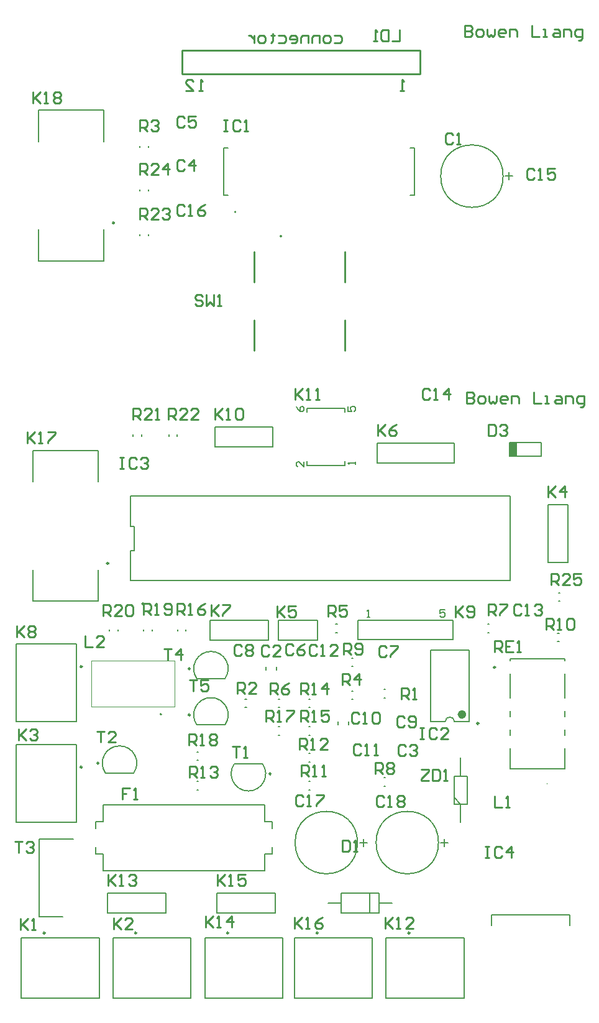
<source format=gbr>
G04*
G04 #@! TF.GenerationSoftware,Altium Limited,Altium Designer,24.4.1 (13)*
G04*
G04 Layer_Color=65535*
%FSLAX25Y25*%
%MOIN*%
G70*
G04*
G04 #@! TF.SameCoordinates,58F61C8A-C965-4830-B12A-95CD484E7F12*
G04*
G04*
G04 #@! TF.FilePolarity,Positive*
G04*
G01*
G75*
%ADD10C,0.01000*%
%ADD11C,0.00787*%
%ADD12C,0.00984*%
%ADD13C,0.00394*%
%ADD14C,0.02362*%
%ADD15C,0.00500*%
%ADD16C,0.00600*%
%ADD17R,0.03866X0.07283*%
D10*
X147831Y412847D02*
G03*
X147831Y412847I-323J0D01*
G01*
X133071Y351575D02*
Y367717D01*
Y388189D02*
Y404331D01*
X181890Y351575D02*
Y367717D01*
Y388189D02*
Y404331D01*
X218626Y512311D02*
X222126D01*
Y499811D02*
Y512311D01*
X94626Y499811D02*
X222126D01*
X94626D02*
Y512311D01*
X218626D01*
X213626Y490811D02*
X211627D01*
X212626D01*
Y496809D01*
X213626Y495809D01*
X246069Y525926D02*
Y519929D01*
X249068D01*
X250068Y520928D01*
Y521928D01*
X249068Y522928D01*
X246069D01*
X249068D01*
X250068Y523927D01*
Y524927D01*
X249068Y525926D01*
X246069D01*
X253067Y519929D02*
X255066D01*
X256066Y520928D01*
Y522928D01*
X255066Y523927D01*
X253067D01*
X252067Y522928D01*
Y520928D01*
X253067Y519929D01*
X258065Y523927D02*
Y520928D01*
X259065Y519929D01*
X260065Y520928D01*
X261064Y519929D01*
X262064Y520928D01*
Y523927D01*
X267062Y519929D02*
X265063D01*
X264063Y520928D01*
Y522928D01*
X265063Y523927D01*
X267062D01*
X268062Y522928D01*
Y521928D01*
X264063D01*
X270061Y519929D02*
Y523927D01*
X273060D01*
X274060Y522928D01*
Y519929D01*
X282058Y525926D02*
Y519929D01*
X286056D01*
X288056D02*
X290055D01*
X289055D01*
Y523927D01*
X288056D01*
X294054D02*
X296053D01*
X297053Y522928D01*
Y519929D01*
X294054D01*
X293054Y520928D01*
X294054Y521928D01*
X297053D01*
X299052Y519929D02*
Y523927D01*
X302051D01*
X303051Y522928D01*
Y519929D01*
X307049Y517929D02*
X308049D01*
X309049Y518929D01*
Y523927D01*
X306050D01*
X305050Y522928D01*
Y520928D01*
X306050Y519929D01*
X309049D01*
X247250Y329076D02*
Y323078D01*
X250249D01*
X251249Y324078D01*
Y325077D01*
X250249Y326077D01*
X247250D01*
X250249D01*
X251249Y327077D01*
Y328077D01*
X250249Y329076D01*
X247250D01*
X254248Y323078D02*
X256247D01*
X257247Y324078D01*
Y326077D01*
X256247Y327077D01*
X254248D01*
X253248Y326077D01*
Y324078D01*
X254248Y323078D01*
X259246Y327077D02*
Y324078D01*
X260246Y323078D01*
X261246Y324078D01*
X262245Y323078D01*
X263245Y324078D01*
Y327077D01*
X268244Y323078D02*
X266244D01*
X265245Y324078D01*
Y326077D01*
X266244Y327077D01*
X268244D01*
X269243Y326077D01*
Y325077D01*
X265245D01*
X271243Y323078D02*
Y327077D01*
X274242D01*
X275241Y326077D01*
Y323078D01*
X283239Y329076D02*
Y323078D01*
X287237D01*
X289237D02*
X291236D01*
X290236D01*
Y327077D01*
X289237D01*
X295235D02*
X297234D01*
X298234Y326077D01*
Y323078D01*
X295235D01*
X294235Y324078D01*
X295235Y325077D01*
X298234D01*
X300233Y323078D02*
Y327077D01*
X303232D01*
X304232Y326077D01*
Y323078D01*
X308231Y321079D02*
X309230D01*
X310230Y322078D01*
Y327077D01*
X307231D01*
X306231Y326077D01*
Y324078D01*
X307231Y323078D01*
X310230D01*
X105626Y490811D02*
X103627D01*
X104626D01*
Y496809D01*
X105626Y495809D01*
X96629Y490811D02*
X100628D01*
X96629Y494810D01*
Y495809D01*
X97628Y496809D01*
X99628D01*
X100628Y495809D01*
X176127Y520310D02*
X179126D01*
X180126Y519310D01*
Y517311D01*
X179126Y516311D01*
X176127D01*
X173128D02*
X171129D01*
X170129Y517311D01*
Y519310D01*
X171129Y520310D01*
X173128D01*
X174128Y519310D01*
Y517311D01*
X173128Y516311D01*
X168130D02*
Y520310D01*
X165131D01*
X164131Y519310D01*
Y516311D01*
X162132D02*
Y520310D01*
X159133D01*
X158133Y519310D01*
Y516311D01*
X153135D02*
X155134D01*
X156134Y517311D01*
Y519310D01*
X155134Y520310D01*
X153135D01*
X152135Y519310D01*
Y518310D01*
X156134D01*
X146137Y520310D02*
X149136D01*
X150136Y519310D01*
Y517311D01*
X149136Y516311D01*
X146137D01*
X143138Y521309D02*
Y520310D01*
X144138D01*
X142138D01*
X143138D01*
Y517311D01*
X142138Y516311D01*
X138139D02*
X136140D01*
X135141Y517311D01*
Y519310D01*
X136140Y520310D01*
X138139D01*
X139139Y519310D01*
Y517311D01*
X138139Y516311D01*
X133141Y520310D02*
Y516311D01*
Y518310D01*
X132141Y519310D01*
X131142Y520310D01*
X130142D01*
X223002Y126655D02*
X227001D01*
Y125656D01*
X223002Y121657D01*
Y120657D01*
X227001D01*
X229000Y126655D02*
Y120657D01*
X231999D01*
X232999Y121657D01*
Y125656D01*
X231999Y126655D01*
X229000D01*
X234998Y120657D02*
X236998D01*
X235998D01*
Y126655D01*
X234998Y125656D01*
X66393Y116668D02*
X62394D01*
Y113669D01*
X64394D01*
X62394D01*
Y110670D01*
X68392D02*
X70392D01*
X69392D01*
Y116668D01*
X68392Y115668D01*
X14400Y490198D02*
Y484200D01*
Y486199D01*
X18399Y490198D01*
X15400Y487199D01*
X18399Y484200D01*
X20398D02*
X22397D01*
X21398D01*
Y490198D01*
X20398Y489198D01*
X25396D02*
X26396Y490198D01*
X28396D01*
X29395Y489198D01*
Y488199D01*
X28396Y487199D01*
X29395Y486199D01*
Y485200D01*
X28396Y484200D01*
X26396D01*
X25396Y485200D01*
Y486199D01*
X26396Y487199D01*
X25396Y488199D01*
Y489198D01*
X26396Y487199D02*
X28396D01*
X11400Y307698D02*
Y301700D01*
Y303699D01*
X15399Y307698D01*
X12400Y304699D01*
X15399Y301700D01*
X17398D02*
X19397D01*
X18398D01*
Y307698D01*
X17398Y306698D01*
X22396Y307698D02*
X26395D01*
Y306698D01*
X22396Y302700D01*
Y301700D01*
X98400Y174759D02*
X102399D01*
X100399D01*
Y168761D01*
X108397Y174759D02*
X104398D01*
Y171760D01*
X106397Y172760D01*
X107397D01*
X108397Y171760D01*
Y169761D01*
X107397Y168761D01*
X105398D01*
X104398Y169761D01*
X85002Y191560D02*
X89000D01*
X87001D01*
Y185562D01*
X93999D02*
Y191560D01*
X91000Y188561D01*
X94998D01*
X5002Y87999D02*
X9000D01*
X7001D01*
Y82001D01*
X11000Y86999D02*
X11999Y87999D01*
X13999D01*
X14998Y86999D01*
Y86000D01*
X13999Y85000D01*
X12999D01*
X13999D01*
X14998Y84000D01*
Y83001D01*
X13999Y82001D01*
X11999D01*
X11000Y83001D01*
X48950Y147295D02*
X52949D01*
X50950D01*
Y141297D01*
X58947D02*
X54948D01*
X58947Y145296D01*
Y146296D01*
X57947Y147295D01*
X55948D01*
X54948Y146296D01*
X121400Y139198D02*
X125399D01*
X123399D01*
Y133200D01*
X127398D02*
X129397D01*
X128398D01*
Y139198D01*
X127398Y138198D01*
X105662Y380346D02*
X104663Y381346D01*
X102663D01*
X101664Y380346D01*
Y379346D01*
X102663Y378346D01*
X104663D01*
X105662Y377347D01*
Y376347D01*
X104663Y375347D01*
X102663D01*
X101664Y376347D01*
X107662Y381346D02*
Y375347D01*
X109661Y377347D01*
X111661Y375347D01*
Y381346D01*
X113660Y375347D02*
X115659D01*
X114660D01*
Y381346D01*
X113660Y380346D01*
X262200Y189900D02*
Y195898D01*
X265199D01*
X266199Y194898D01*
Y192899D01*
X265199Y191899D01*
X262200D01*
X264199D02*
X266199Y189900D01*
X272197Y195898D02*
X268198D01*
Y189900D01*
X272197D01*
X268198Y192899D02*
X270197D01*
X274196Y189900D02*
X276196D01*
X275196D01*
Y195898D01*
X274196Y194898D01*
X292400Y225700D02*
Y231698D01*
X295399D01*
X296399Y230698D01*
Y228699D01*
X295399Y227699D01*
X292400D01*
X294399D02*
X296399Y225700D01*
X302397D02*
X298398D01*
X302397Y229699D01*
Y230698D01*
X301397Y231698D01*
X299398D01*
X298398Y230698D01*
X308395Y231698D02*
X304396D01*
Y228699D01*
X306396Y229699D01*
X307395D01*
X308395Y228699D01*
Y226700D01*
X307395Y225700D01*
X305396D01*
X304396Y226700D01*
X71800Y445900D02*
Y451898D01*
X74799D01*
X75799Y450898D01*
Y448899D01*
X74799Y447899D01*
X71800D01*
X73799D02*
X75799Y445900D01*
X81797D02*
X77798D01*
X81797Y449899D01*
Y450898D01*
X80797Y451898D01*
X78798D01*
X77798Y450898D01*
X86795Y445900D02*
Y451898D01*
X83796Y448899D01*
X87795D01*
X71800Y421900D02*
Y427898D01*
X74799D01*
X75799Y426898D01*
Y424899D01*
X74799Y423899D01*
X71800D01*
X73799D02*
X75799Y421900D01*
X81797D02*
X77798D01*
X81797Y425899D01*
Y426898D01*
X80797Y427898D01*
X78798D01*
X77798Y426898D01*
X83796D02*
X84796Y427898D01*
X86795D01*
X87795Y426898D01*
Y425899D01*
X86795Y424899D01*
X85795D01*
X86795D01*
X87795Y423899D01*
Y422900D01*
X86795Y421900D01*
X84796D01*
X83796Y422900D01*
X87300Y314400D02*
Y320398D01*
X90299D01*
X91299Y319398D01*
Y317399D01*
X90299Y316399D01*
X87300D01*
X89299D02*
X91299Y314400D01*
X97297D02*
X93298D01*
X97297Y318399D01*
Y319398D01*
X96297Y320398D01*
X94298D01*
X93298Y319398D01*
X103295Y314400D02*
X99296D01*
X103295Y318399D01*
Y319398D01*
X102295Y320398D01*
X100296D01*
X99296Y319398D01*
X68100Y314400D02*
Y320398D01*
X71099D01*
X72099Y319398D01*
Y317399D01*
X71099Y316399D01*
X68100D01*
X70099D02*
X72099Y314400D01*
X78097D02*
X74098D01*
X78097Y318399D01*
Y319398D01*
X77097Y320398D01*
X75098D01*
X74098Y319398D01*
X80096Y314400D02*
X82095D01*
X81096D01*
Y320398D01*
X80096Y319398D01*
X52076Y209138D02*
Y215136D01*
X55075D01*
X56075Y214137D01*
Y212137D01*
X55075Y211138D01*
X52076D01*
X54075D02*
X56075Y209138D01*
X62073D02*
X58074D01*
X62073Y213137D01*
Y214137D01*
X61073Y215136D01*
X59074D01*
X58074Y214137D01*
X64072D02*
X65072Y215136D01*
X67071D01*
X68071Y214137D01*
Y210138D01*
X67071Y209138D01*
X65072D01*
X64072Y210138D01*
Y214137D01*
X73700Y209800D02*
Y215798D01*
X76699D01*
X77699Y214798D01*
Y212799D01*
X76699Y211799D01*
X73700D01*
X75699D02*
X77699Y209800D01*
X79698D02*
X81697D01*
X80698D01*
Y215798D01*
X79698Y214798D01*
X84696Y210800D02*
X85696Y209800D01*
X87695D01*
X88695Y210800D01*
Y214798D01*
X87695Y215798D01*
X85696D01*
X84696Y214798D01*
Y213799D01*
X85696Y212799D01*
X88695D01*
X98276Y139840D02*
Y145838D01*
X101275D01*
X102275Y144839D01*
Y142839D01*
X101275Y141840D01*
X98276D01*
X100275D02*
X102275Y139840D01*
X104274D02*
X106273D01*
X105274D01*
Y145838D01*
X104274Y144839D01*
X109273D02*
X110272Y145838D01*
X112271D01*
X113271Y144839D01*
Y143839D01*
X112271Y142839D01*
X113271Y141840D01*
Y140840D01*
X112271Y139840D01*
X110272D01*
X109273Y140840D01*
Y141840D01*
X110272Y142839D01*
X109273Y143839D01*
Y144839D01*
X110272Y142839D02*
X112271D01*
X139559Y152517D02*
Y158515D01*
X142558D01*
X143558Y157515D01*
Y155516D01*
X142558Y154516D01*
X139559D01*
X141559D02*
X143558Y152517D01*
X145557D02*
X147557D01*
X146557D01*
Y158515D01*
X145557Y157515D01*
X150556Y158515D02*
X154554D01*
Y157515D01*
X150556Y153516D01*
Y152517D01*
X91800Y209800D02*
Y215798D01*
X94799D01*
X95799Y214798D01*
Y212799D01*
X94799Y211799D01*
X91800D01*
X93799D02*
X95799Y209800D01*
X97798D02*
X99797D01*
X98798D01*
Y215798D01*
X97798Y214798D01*
X106795Y215798D02*
X104796Y214798D01*
X102796Y212799D01*
Y210800D01*
X103796Y209800D01*
X105796D01*
X106795Y210800D01*
Y211799D01*
X105796Y212799D01*
X102796D01*
X158114Y152331D02*
Y158330D01*
X161113D01*
X162113Y157330D01*
Y155331D01*
X161113Y154331D01*
X158114D01*
X160114D02*
X162113Y152331D01*
X164112D02*
X166112D01*
X165112D01*
Y158330D01*
X164112Y157330D01*
X173109Y158330D02*
X169111D01*
Y155331D01*
X171110Y156330D01*
X172110D01*
X173109Y155331D01*
Y153331D01*
X172110Y152331D01*
X170110D01*
X169111Y153331D01*
X158310Y167255D02*
Y173253D01*
X161309D01*
X162309Y172254D01*
Y170254D01*
X161309Y169254D01*
X158310D01*
X160309D02*
X162309Y167255D01*
X164308D02*
X166307D01*
X165308D01*
Y173253D01*
X164308Y172254D01*
X172305Y167255D02*
Y173253D01*
X169306Y170254D01*
X173305D01*
X98364Y122524D02*
Y128523D01*
X101363D01*
X102363Y127523D01*
Y125523D01*
X101363Y124524D01*
X98364D01*
X100363D02*
X102363Y122524D01*
X104362D02*
X106361D01*
X105362D01*
Y128523D01*
X104362Y127523D01*
X109360D02*
X110360Y128523D01*
X112359D01*
X113359Y127523D01*
Y126523D01*
X112359Y125523D01*
X111360D01*
X112359D01*
X113359Y124524D01*
Y123524D01*
X112359Y122524D01*
X110360D01*
X109360Y123524D01*
X157591Y137415D02*
Y143413D01*
X160590D01*
X161590Y142413D01*
Y140414D01*
X160590Y139414D01*
X157591D01*
X159590D02*
X161590Y137415D01*
X163589D02*
X165588D01*
X164589D01*
Y143413D01*
X163589Y142413D01*
X172586Y137415D02*
X168588D01*
X172586Y141414D01*
Y142413D01*
X171587Y143413D01*
X169587D01*
X168588Y142413D01*
X158416Y123031D02*
Y129029D01*
X161415D01*
X162415Y128030D01*
Y126030D01*
X161415Y125031D01*
X158416D01*
X160416D02*
X162415Y123031D01*
X164415D02*
X166414D01*
X165414D01*
Y129029D01*
X164415Y128030D01*
X169413Y123031D02*
X171412D01*
X170413D01*
Y129029D01*
X169413Y128030D01*
X289783Y201788D02*
Y207786D01*
X292782D01*
X293782Y206786D01*
Y204787D01*
X292782Y203787D01*
X289783D01*
X291782D02*
X293782Y201788D01*
X295781D02*
X297781D01*
X296781D01*
Y207786D01*
X295781Y206786D01*
X300780D02*
X301779Y207786D01*
X303779D01*
X304778Y206786D01*
Y202788D01*
X303779Y201788D01*
X301779D01*
X300780Y202788D01*
Y206786D01*
X181028Y188507D02*
Y194505D01*
X184028D01*
X185027Y193505D01*
Y191506D01*
X184028Y190506D01*
X181028D01*
X183028D02*
X185027Y188507D01*
X187027Y189506D02*
X188026Y188507D01*
X190025D01*
X191025Y189506D01*
Y193505D01*
X190025Y194505D01*
X188026D01*
X187027Y193505D01*
Y192505D01*
X188026Y191506D01*
X191025D01*
X198285Y124601D02*
Y130599D01*
X201284D01*
X202284Y129599D01*
Y127600D01*
X201284Y126600D01*
X198285D01*
X200285D02*
X202284Y124601D01*
X204283Y129599D02*
X205283Y130599D01*
X207282D01*
X208282Y129599D01*
Y128600D01*
X207282Y127600D01*
X208282Y126600D01*
Y125601D01*
X207282Y124601D01*
X205283D01*
X204283Y125601D01*
Y126600D01*
X205283Y127600D01*
X204283Y128600D01*
Y129599D01*
X205283Y127600D02*
X207282D01*
X258853Y209437D02*
Y215435D01*
X261852D01*
X262852Y214435D01*
Y212436D01*
X261852Y211436D01*
X258853D01*
X260852D02*
X262852Y209437D01*
X264851Y215435D02*
X268850D01*
Y214435D01*
X264851Y210436D01*
Y209437D01*
X141731Y167200D02*
Y173198D01*
X144730D01*
X145729Y172199D01*
Y170199D01*
X144730Y169200D01*
X141731D01*
X143730D02*
X145729Y167200D01*
X151727Y173198D02*
X149728Y172199D01*
X147729Y170199D01*
Y168200D01*
X148729Y167200D01*
X150728D01*
X151727Y168200D01*
Y169200D01*
X150728Y170199D01*
X147729D01*
X173000Y208861D02*
Y214859D01*
X175999D01*
X176999Y213860D01*
Y211860D01*
X175999Y210861D01*
X173000D01*
X174999D02*
X176999Y208861D01*
X182997Y214859D02*
X178998D01*
Y211860D01*
X180997Y212860D01*
X181997D01*
X182997Y211860D01*
Y209861D01*
X181997Y208861D01*
X179998D01*
X178998Y209861D01*
X180631Y172099D02*
Y178097D01*
X183630D01*
X184630Y177098D01*
Y175098D01*
X183630Y174099D01*
X180631D01*
X182631D02*
X184630Y172099D01*
X189629D02*
Y178097D01*
X186629Y175098D01*
X190628D01*
X71800Y469200D02*
Y475198D01*
X74799D01*
X75799Y474198D01*
Y472199D01*
X74799Y471199D01*
X71800D01*
X73799D02*
X75799Y469200D01*
X77798Y474198D02*
X78798Y475198D01*
X80797D01*
X81797Y474198D01*
Y473199D01*
X80797Y472199D01*
X79797D01*
X80797D01*
X81797Y471199D01*
Y470200D01*
X80797Y469200D01*
X78798D01*
X77798Y470200D01*
X124140Y167345D02*
Y173343D01*
X127139D01*
X128138Y172343D01*
Y170344D01*
X127139Y169344D01*
X124140D01*
X126139D02*
X128138Y167345D01*
X134136D02*
X130138D01*
X134136Y171344D01*
Y172343D01*
X133137Y173343D01*
X131137D01*
X130138Y172343D01*
X212143Y164324D02*
Y170322D01*
X215142D01*
X216142Y169322D01*
Y167323D01*
X215142Y166323D01*
X212143D01*
X214142D02*
X216142Y164324D01*
X218141D02*
X220140D01*
X219141D01*
Y170322D01*
X218141Y169322D01*
X211124Y523310D02*
Y517312D01*
X207125D01*
X205126Y523310D02*
Y517312D01*
X202127D01*
X201127Y518312D01*
Y522310D01*
X202127Y523310D01*
X205126D01*
X199127Y517312D02*
X197128D01*
X198128D01*
Y523310D01*
X199127Y522310D01*
X42600Y198298D02*
Y192300D01*
X46599D01*
X52597D02*
X48598D01*
X52597Y196299D01*
Y197298D01*
X51597Y198298D01*
X49598D01*
X48598Y197298D01*
X262029Y112448D02*
Y106450D01*
X266028D01*
X268027D02*
X270026D01*
X269027D01*
Y112448D01*
X268027Y111448D01*
X154926Y47612D02*
Y41614D01*
Y43614D01*
X158925Y47612D01*
X155926Y44613D01*
X158925Y41614D01*
X160924D02*
X162923D01*
X161924D01*
Y47612D01*
X160924Y46613D01*
X169921Y47612D02*
X167922Y46613D01*
X165922Y44613D01*
Y42614D01*
X166922Y41614D01*
X168921D01*
X169921Y42614D01*
Y43614D01*
X168921Y44613D01*
X165922D01*
X113400Y70359D02*
Y64361D01*
Y66361D01*
X117399Y70359D01*
X114400Y67360D01*
X117399Y64361D01*
X119398D02*
X121397D01*
X120398D01*
Y70359D01*
X119398Y69360D01*
X128395Y70359D02*
X124396D01*
Y67360D01*
X126396Y68360D01*
X127395D01*
X128395Y67360D01*
Y65361D01*
X127395Y64361D01*
X125396D01*
X124396Y65361D01*
X107193Y47967D02*
Y41969D01*
Y43968D01*
X111191Y47967D01*
X108192Y44968D01*
X111191Y41969D01*
X113191D02*
X115190D01*
X114190D01*
Y47967D01*
X113191Y46967D01*
X121188Y41969D02*
Y47967D01*
X118189Y44968D01*
X122188D01*
X54700Y70359D02*
Y64361D01*
Y66361D01*
X58699Y70359D01*
X55700Y67360D01*
X58699Y64361D01*
X60698D02*
X62697D01*
X61698D01*
Y70359D01*
X60698Y69360D01*
X65696D02*
X66696Y70359D01*
X68695D01*
X69695Y69360D01*
Y68360D01*
X68695Y67360D01*
X67696D01*
X68695D01*
X69695Y66361D01*
Y65361D01*
X68695Y64361D01*
X66696D01*
X65696Y65361D01*
X203613Y47461D02*
Y41463D01*
Y43463D01*
X207611Y47461D01*
X204612Y44462D01*
X207611Y41463D01*
X209611D02*
X211610D01*
X210611D01*
Y47461D01*
X209611Y46462D01*
X218608Y41463D02*
X214609D01*
X218608Y45462D01*
Y46462D01*
X217608Y47461D01*
X215609D01*
X214609Y46462D01*
X155100Y331098D02*
Y325100D01*
Y327099D01*
X159099Y331098D01*
X156100Y328099D01*
X159099Y325100D01*
X161098D02*
X163097D01*
X162098D01*
Y331098D01*
X161098Y330098D01*
X166096Y325100D02*
X168096D01*
X167096D01*
Y331098D01*
X166096Y330098D01*
X112200Y320398D02*
Y314400D01*
Y316399D01*
X116199Y320398D01*
X113200Y317399D01*
X116199Y314400D01*
X118198D02*
X120197D01*
X119198D01*
Y320398D01*
X118198Y319398D01*
X123196D02*
X124196Y320398D01*
X126196D01*
X127195Y319398D01*
Y315400D01*
X126196Y314400D01*
X124196D01*
X123196Y315400D01*
Y319398D01*
X241230Y214508D02*
Y208510D01*
Y210509D01*
X245229Y214508D01*
X242230Y211509D01*
X245229Y208510D01*
X247228Y209510D02*
X248228Y208510D01*
X250227D01*
X251226Y209510D01*
Y213508D01*
X250227Y214508D01*
X248228D01*
X247228Y213508D01*
Y212509D01*
X248228Y211509D01*
X251226D01*
X6000Y203698D02*
Y197700D01*
Y199699D01*
X9999Y203698D01*
X7000Y200699D01*
X9999Y197700D01*
X11998Y202698D02*
X12998Y203698D01*
X14997D01*
X15997Y202698D01*
Y201699D01*
X14997Y200699D01*
X15997Y199699D01*
Y198700D01*
X14997Y197700D01*
X12998D01*
X11998Y198700D01*
Y199699D01*
X12998Y200699D01*
X11998Y201699D01*
Y202698D01*
X12998Y200699D02*
X14997D01*
X110073Y214976D02*
Y208978D01*
Y210977D01*
X114072Y214976D01*
X111073Y211977D01*
X114072Y208978D01*
X116071Y214976D02*
X120070D01*
Y213976D01*
X116071Y209977D01*
Y208978D01*
X199400Y311698D02*
Y305700D01*
Y307699D01*
X203399Y311698D01*
X200400Y308699D01*
X203399Y305700D01*
X209397Y311698D02*
X207397Y310698D01*
X205398Y308699D01*
Y306700D01*
X206398Y305700D01*
X208397D01*
X209397Y306700D01*
Y307699D01*
X208397Y308699D01*
X205398D01*
X145485Y214398D02*
Y208400D01*
Y210399D01*
X149483Y214398D01*
X146484Y211399D01*
X149483Y208400D01*
X155481Y214398D02*
X151483D01*
Y211399D01*
X153482Y212398D01*
X154482D01*
X155481Y211399D01*
Y209399D01*
X154482Y208400D01*
X152482D01*
X151483Y209399D01*
X290900Y278798D02*
Y272800D01*
Y274799D01*
X294899Y278798D01*
X291900Y275799D01*
X294899Y272800D01*
X299897D02*
Y278798D01*
X296898Y275799D01*
X300897D01*
X6949Y148553D02*
Y142555D01*
Y144554D01*
X10948Y148553D01*
X7948Y145554D01*
X10948Y142555D01*
X12947Y147553D02*
X13947Y148553D01*
X15946D01*
X16946Y147553D01*
Y146553D01*
X15946Y145554D01*
X14946D01*
X15946D01*
X16946Y144554D01*
Y143554D01*
X15946Y142555D01*
X13947D01*
X12947Y143554D01*
X57929Y47257D02*
Y41259D01*
Y43259D01*
X61928Y47257D01*
X58929Y44258D01*
X61928Y41259D01*
X67926D02*
X63928D01*
X67926Y45258D01*
Y46258D01*
X66927Y47257D01*
X64927D01*
X63928Y46258D01*
X7938Y46954D02*
Y40956D01*
Y42955D01*
X11936Y46954D01*
X8937Y43955D01*
X11936Y40956D01*
X13936D02*
X15935D01*
X14935D01*
Y46954D01*
X13936Y45954D01*
X257339Y85489D02*
X259338D01*
X258338D01*
Y79491D01*
X257339D01*
X259338D01*
X266336Y84490D02*
X265336Y85489D01*
X263337D01*
X262337Y84490D01*
Y80491D01*
X263337Y79491D01*
X265336D01*
X266336Y80491D01*
X271334Y79491D02*
Y85489D01*
X268335Y82490D01*
X272334D01*
X61094Y294138D02*
X63094D01*
X62094D01*
Y288140D01*
X61094D01*
X63094D01*
X70092Y293139D02*
X69092Y294138D01*
X67093D01*
X66093Y293139D01*
Y289140D01*
X67093Y288140D01*
X69092D01*
X70092Y289140D01*
X72091Y293139D02*
X73091Y294138D01*
X75090D01*
X76090Y293139D01*
Y292139D01*
X75090Y291139D01*
X74090D01*
X75090D01*
X76090Y290140D01*
Y289140D01*
X75090Y288140D01*
X73091D01*
X72091Y289140D01*
X222296Y149260D02*
X224295D01*
X223296D01*
Y143262D01*
X222296D01*
X224295D01*
X231293Y148261D02*
X230293Y149260D01*
X228294D01*
X227294Y148261D01*
Y144262D01*
X228294Y143262D01*
X230293D01*
X231293Y144262D01*
X237291Y143262D02*
X233292D01*
X237291Y147261D01*
Y148261D01*
X236291Y149260D01*
X234292D01*
X233292Y148261D01*
X116800Y475198D02*
X118799D01*
X117800D01*
Y469200D01*
X116800D01*
X118799D01*
X125797Y474198D02*
X124797Y475198D01*
X122798D01*
X121798Y474198D01*
Y470200D01*
X122798Y469200D01*
X124797D01*
X125797Y470200D01*
X127796Y469200D02*
X129796D01*
X128796D01*
Y475198D01*
X127796Y474198D01*
X258800Y311698D02*
Y305700D01*
X261799D01*
X262799Y306700D01*
Y310698D01*
X261799Y311698D01*
X258800D01*
X264798Y310698D02*
X265798Y311698D01*
X267797D01*
X268797Y310698D01*
Y309699D01*
X267797Y308699D01*
X266797D01*
X267797D01*
X268797Y307699D01*
Y306700D01*
X267797Y305700D01*
X265798D01*
X264798Y306700D01*
X180647Y88826D02*
Y82828D01*
X183646D01*
X184646Y83827D01*
Y87826D01*
X183646Y88826D01*
X180647D01*
X186645Y82828D02*
X188644D01*
X187645D01*
Y88826D01*
X186645Y87826D01*
X202723Y111676D02*
X201723Y112675D01*
X199724D01*
X198724Y111676D01*
Y107677D01*
X199724Y106677D01*
X201723D01*
X202723Y107677D01*
X204722Y106677D02*
X206721D01*
X205722D01*
Y112675D01*
X204722Y111676D01*
X209720D02*
X210720Y112675D01*
X212719D01*
X213719Y111676D01*
Y110676D01*
X212719Y109676D01*
X213719Y108676D01*
Y107677D01*
X212719Y106677D01*
X210720D01*
X209720Y107677D01*
Y108676D01*
X210720Y109676D01*
X209720Y110676D01*
Y111676D01*
X210720Y109676D02*
X212719D01*
X159471Y112121D02*
X158471Y113121D01*
X156472D01*
X155472Y112121D01*
Y108122D01*
X156472Y107123D01*
X158471D01*
X159471Y108122D01*
X161470Y107123D02*
X163469D01*
X162470D01*
Y113121D01*
X161470Y112121D01*
X166468Y113121D02*
X170467D01*
Y112121D01*
X166468Y108122D01*
Y107123D01*
X95699Y428898D02*
X94699Y429898D01*
X92700D01*
X91700Y428898D01*
Y424900D01*
X92700Y423900D01*
X94699D01*
X95699Y424900D01*
X97698Y423900D02*
X99697D01*
X98698D01*
Y429898D01*
X97698Y428898D01*
X106695Y429898D02*
X104696Y428898D01*
X102696Y426899D01*
Y424900D01*
X103696Y423900D01*
X105695D01*
X106695Y424900D01*
Y425899D01*
X105695Y426899D01*
X102696D01*
X283399Y448198D02*
X282399Y449198D01*
X280400D01*
X279400Y448198D01*
Y444200D01*
X280400Y443200D01*
X282399D01*
X283399Y444200D01*
X285398Y443200D02*
X287397D01*
X286398D01*
Y449198D01*
X285398Y448198D01*
X294395Y449198D02*
X290396D01*
Y446199D01*
X292396Y447199D01*
X293395D01*
X294395Y446199D01*
Y444200D01*
X293395Y443200D01*
X291396D01*
X290396Y444200D01*
X227399Y330098D02*
X226399Y331098D01*
X224400D01*
X223400Y330098D01*
Y326100D01*
X224400Y325100D01*
X226399D01*
X227399Y326100D01*
X229398Y325100D02*
X231397D01*
X230398D01*
Y331098D01*
X229398Y330098D01*
X237396Y325100D02*
Y331098D01*
X234396Y328099D01*
X238395D01*
X276371Y214554D02*
X275371Y215553D01*
X273372D01*
X272372Y214554D01*
Y210555D01*
X273372Y209555D01*
X275371D01*
X276371Y210555D01*
X278370Y209555D02*
X280370D01*
X279370D01*
Y215553D01*
X278370Y214554D01*
X283369D02*
X284368Y215553D01*
X286368D01*
X287367Y214554D01*
Y213554D01*
X286368Y212554D01*
X285368D01*
X286368D01*
X287367Y211555D01*
Y210555D01*
X286368Y209555D01*
X284368D01*
X283369Y210555D01*
X166989Y192831D02*
X165989Y193830D01*
X163990D01*
X162990Y192831D01*
Y188832D01*
X163990Y187832D01*
X165989D01*
X166989Y188832D01*
X168988Y187832D02*
X170987D01*
X169988D01*
Y193830D01*
X168988Y192831D01*
X177985Y187832D02*
X173986D01*
X177985Y191831D01*
Y192831D01*
X176986Y193830D01*
X174986D01*
X173986Y192831D01*
X190414Y139401D02*
X189415Y140401D01*
X187415D01*
X186416Y139401D01*
Y135402D01*
X187415Y134403D01*
X189415D01*
X190414Y135402D01*
X192414Y134403D02*
X194413D01*
X193413D01*
Y140401D01*
X192414Y139401D01*
X197412Y134403D02*
X199411D01*
X198412D01*
Y140401D01*
X197412Y139401D01*
X189415Y156330D02*
X188415Y157330D01*
X186416D01*
X185416Y156330D01*
Y152331D01*
X186416Y151332D01*
X188415D01*
X189415Y152331D01*
X191414Y151332D02*
X193413D01*
X192414D01*
Y157330D01*
X191414Y156330D01*
X196412D02*
X197412Y157330D01*
X199411D01*
X200411Y156330D01*
Y152331D01*
X199411Y151332D01*
X197412D01*
X196412Y152331D01*
Y156330D01*
X213795Y154539D02*
X212795Y155539D01*
X210796D01*
X209796Y154539D01*
Y150541D01*
X210796Y149541D01*
X212795D01*
X213795Y150541D01*
X215794D02*
X216794Y149541D01*
X218793D01*
X219793Y150541D01*
Y154539D01*
X218793Y155539D01*
X216794D01*
X215794Y154539D01*
Y153540D01*
X216794Y152540D01*
X219793D01*
X126402Y192684D02*
X125403Y193684D01*
X123403D01*
X122404Y192684D01*
Y188686D01*
X123403Y187686D01*
X125403D01*
X126402Y188686D01*
X128402Y192684D02*
X129401Y193684D01*
X131401D01*
X132400Y192684D01*
Y191685D01*
X131401Y190685D01*
X132400Y189685D01*
Y188686D01*
X131401Y187686D01*
X129401D01*
X128402Y188686D01*
Y189685D01*
X129401Y190685D01*
X128402Y191685D01*
Y192684D01*
X129401Y190685D02*
X131401D01*
X204210Y192181D02*
X203210Y193181D01*
X201211D01*
X200211Y192181D01*
Y188182D01*
X201211Y187183D01*
X203210D01*
X204210Y188182D01*
X206209Y193181D02*
X210208D01*
Y192181D01*
X206209Y188182D01*
Y187183D01*
X154153Y193163D02*
X153154Y194162D01*
X151154D01*
X150155Y193163D01*
Y189164D01*
X151154Y188164D01*
X153154D01*
X154153Y189164D01*
X160151Y194162D02*
X158152Y193163D01*
X156153Y191163D01*
Y189164D01*
X157152Y188164D01*
X159152D01*
X160151Y189164D01*
Y190164D01*
X159152Y191163D01*
X156153D01*
X95699Y476098D02*
X94699Y477098D01*
X92700D01*
X91700Y476098D01*
Y472100D01*
X92700Y471100D01*
X94699D01*
X95699Y472100D01*
X101697Y477098D02*
X97698D01*
Y474099D01*
X99697Y475099D01*
X100697D01*
X101697Y474099D01*
Y472100D01*
X100697Y471100D01*
X98698D01*
X97698Y472100D01*
X95699Y452798D02*
X94699Y453798D01*
X92700D01*
X91700Y452798D01*
Y448800D01*
X92700Y447800D01*
X94699D01*
X95699Y448800D01*
X100697Y447800D02*
Y453798D01*
X97698Y450799D01*
X101697D01*
X214350Y139012D02*
X213350Y140012D01*
X211351D01*
X210351Y139012D01*
Y135013D01*
X211351Y134014D01*
X213350D01*
X214350Y135013D01*
X216349Y139012D02*
X217349Y140012D01*
X219348D01*
X220348Y139012D01*
Y138012D01*
X219348Y137013D01*
X218348D01*
X219348D01*
X220348Y136013D01*
Y135013D01*
X219348Y134014D01*
X217349D01*
X216349Y135013D01*
X141077Y192471D02*
X140077Y193470D01*
X138077D01*
X137078Y192471D01*
Y188472D01*
X138077Y187472D01*
X140077D01*
X141077Y188472D01*
X147075Y187472D02*
X143076D01*
X147075Y191471D01*
Y192471D01*
X146075Y193470D01*
X144076D01*
X143076Y192471D01*
X240000Y466999D02*
X239000Y467999D01*
X237001D01*
X236001Y466999D01*
Y463001D01*
X237001Y462001D01*
X239000D01*
X240000Y463001D01*
X241999Y462001D02*
X243999D01*
X242999D01*
Y467999D01*
X241999Y466999D01*
D11*
X232067Y87577D02*
G03*
X232067Y87577I-16732J0D01*
G01*
X68587Y124919D02*
G03*
X53361Y124917I-7614J5257D01*
G01*
X123413Y425824D02*
G03*
X123413Y425824I-394J0D01*
G01*
X266732Y445000D02*
G03*
X266732Y445000I-16732J0D01*
G01*
X188622Y87577D02*
G03*
X188622Y87577I-16732J0D01*
G01*
X290382Y119116D02*
G03*
X290382Y119116I-197J0D01*
G01*
X117614Y175583D02*
G03*
X102387Y175582I-7614J5257D01*
G01*
X117614Y150786D02*
G03*
X102387Y150785I-7614J5257D01*
G01*
X83109Y156788D02*
G03*
X83109Y156001I0J-394D01*
G01*
D02*
G03*
X83109Y156788I0J394D01*
G01*
X240665Y152355D02*
G03*
X235665Y152355I-2500J0D01*
G01*
X122504Y129752D02*
G03*
X137731Y129753I7614J-5257D01*
G01*
X53361Y124919D02*
X68587D01*
X112076Y310471D02*
X143257D01*
Y299880D02*
Y310471D01*
X112076Y299880D02*
X143257D01*
X112076D02*
Y310471D01*
X8300Y4257D02*
X50032D01*
Y36540D01*
X8300D02*
X50032D01*
X8300Y4257D02*
Y36540D01*
X57416Y4257D02*
X99149D01*
Y36540D01*
X57416D02*
X99149D01*
X57416Y4257D02*
Y36540D01*
X204007Y4257D02*
X245740D01*
Y36540D01*
X204007D02*
X245740D01*
X204007Y4257D02*
Y36540D01*
X154764Y4257D02*
Y36540D01*
X196496D01*
Y4257D02*
Y36540D01*
X154764Y4257D02*
X196496D01*
X106791D02*
X148524D01*
Y36540D01*
X106791D02*
X148524D01*
X106791Y4257D02*
Y36540D01*
X202736Y169796D02*
X203523D01*
X202736Y165269D02*
X203523D01*
X76499Y413104D02*
Y413891D01*
X71972Y413104D02*
Y413891D01*
X52618Y463622D02*
Y480394D01*
X17382Y463622D02*
Y480394D01*
X52618D01*
Y399606D02*
Y416378D01*
X17382Y399606D02*
Y416378D01*
Y399606D02*
X52618D01*
X76499Y460351D02*
Y461139D01*
X71972Y460351D02*
Y461139D01*
X76499Y437072D02*
Y437859D01*
X71972Y437072D02*
Y437859D01*
X17768Y47827D02*
X30347D01*
X17768D02*
Y89323D01*
X36233D01*
X5539Y98512D02*
Y140244D01*
Y98512D02*
X37822D01*
Y140244D01*
X5539D02*
X37822D01*
X185496Y164383D02*
X186283D01*
X185496Y168910D02*
X186283D01*
X243993Y123269D02*
Y133202D01*
Y98360D02*
Y108293D01*
X240607Y111678D02*
X243993Y108293D01*
X240607D02*
X247379D01*
Y123269D01*
X240607D02*
X247379D01*
X240607Y108293D02*
Y123269D01*
X302607Y43154D02*
Y48942D01*
X260638D02*
X302607D01*
X260638Y43154D02*
Y48942D01*
X66717Y228076D02*
X270467D01*
Y273452D01*
X66717D02*
X270467D01*
X66717Y257246D02*
Y273452D01*
Y257246D02*
X68686D01*
Y244282D02*
Y257246D01*
X66717Y244282D02*
X68686D01*
X66717Y228076D02*
Y244282D01*
X270314Y302202D02*
X287046D01*
X270314Y294918D02*
Y302202D01*
X287046Y294918D02*
Y302202D01*
X270314Y294918D02*
X287046D01*
X199271Y301808D02*
X240452D01*
Y291217D02*
Y301808D01*
X199271Y291217D02*
X240452D01*
X199271D02*
Y301808D01*
X290788Y237773D02*
X301378D01*
Y268954D01*
X290788D02*
X301378D01*
X290788Y237773D02*
Y268954D01*
X72830Y305550D02*
Y306337D01*
X68302Y305550D02*
Y306337D01*
X92006Y305550D02*
Y306337D01*
X87478Y305550D02*
Y306337D01*
X161660Y318306D02*
Y320471D01*
X181857Y318306D02*
Y320471D01*
X161660D02*
X181857D01*
Y289881D02*
Y292046D01*
X161660Y289881D02*
Y292046D01*
Y289881D02*
X181857D01*
X296008Y195336D02*
X296795D01*
X296008Y199864D02*
X296795D01*
X258458Y204699D02*
X259245D01*
X258458Y200172D02*
X259245D01*
X52205Y72386D02*
X138819D01*
X52205Y107819D02*
X138819D01*
X48268Y98803D02*
X52205D01*
X48268Y81402D02*
X52205D01*
Y98803D02*
Y107819D01*
Y72386D02*
Y81402D01*
X138819Y72386D02*
Y81402D01*
Y98803D02*
Y107819D01*
X138819Y81402D02*
X142756D01*
X138819Y98803D02*
X142756D01*
X48268Y81402D02*
Y85142D01*
Y95063D02*
Y98803D01*
X142756Y95063D02*
Y98803D01*
Y81402D02*
Y85142D01*
X162447Y120460D02*
X163235D01*
X162447Y115933D02*
X163235D01*
X146046Y145219D02*
X146833D01*
X146046Y149746D02*
X146833D01*
X102421Y136281D02*
X103209D01*
X102421Y131754D02*
X103209D01*
X102421Y120460D02*
X103208D01*
X102421Y115933D02*
X103208D01*
X146046Y164606D02*
X146833D01*
X146046Y160078D02*
X146833D01*
X128331Y164606D02*
X129119D01*
X128331Y160078D02*
X129119D01*
X202736Y122364D02*
X203524D01*
X202736Y117837D02*
X203524D01*
X162447Y130825D02*
X163235D01*
X162447Y135353D02*
X163235D01*
X162447Y149746D02*
X163235D01*
X162447Y145219D02*
X163235D01*
X178080Y150731D02*
Y152502D01*
X183789Y150731D02*
Y152502D01*
X185496Y186509D02*
X186284D01*
X185496Y181981D02*
X186284D01*
X162447Y160078D02*
X163235D01*
X162447Y164606D02*
X163235D01*
X102387Y175584D02*
X117613D01*
X139461Y180112D02*
Y181883D01*
X145170Y180112D02*
Y181883D01*
X195223Y50236D02*
Y60315D01*
X172900Y55275D02*
X179868D01*
X200341D02*
X207309D01*
X200341Y49960D02*
Y60590D01*
X179868D02*
X200341D01*
X179868Y49960D02*
Y60590D01*
Y49960D02*
X200341D01*
X55611Y200991D02*
Y201779D01*
X60138Y200991D02*
Y201779D01*
X102387Y150787D02*
X117613D01*
X54631Y49901D02*
Y60492D01*
Y49901D02*
X85812D01*
Y60492D01*
X54631D02*
X85812D01*
X5539Y194161D02*
X37822D01*
Y152429D02*
Y194161D01*
X5539Y152429D02*
X37822D01*
X5539D02*
Y194161D01*
X73833Y200991D02*
Y201778D01*
X78361Y200991D02*
Y201778D01*
X96549Y200991D02*
Y201778D01*
X92022Y200991D02*
Y201778D01*
X140763Y196280D02*
Y206870D01*
X109582D02*
X140763D01*
X109582Y196280D02*
Y206870D01*
Y196280D02*
X140763D01*
X146103Y196279D02*
X167284D01*
X146103D02*
Y206870D01*
X167284D01*
Y196279D02*
Y206870D01*
X239978Y196314D02*
Y206905D01*
X188796D02*
X239978D01*
X188796Y196314D02*
Y206905D01*
Y196314D02*
X239978D01*
X248598Y152355D02*
Y190938D01*
X227732Y152355D02*
Y190938D01*
X240665Y152355D02*
X248598D01*
X227732D02*
X235665D01*
X227732Y190938D02*
X248598D01*
X49608Y281041D02*
Y297813D01*
X14372Y281041D02*
Y297813D01*
X49608D01*
Y217025D02*
Y233797D01*
X14372Y217025D02*
Y233797D01*
Y217025D02*
X49608D01*
X270417Y186116D02*
X299945D01*
X270417Y127060D02*
Y138143D01*
Y145033D02*
Y148143D01*
Y155033D02*
Y158143D01*
Y165033D02*
Y178143D01*
Y185033D02*
Y186116D01*
Y127060D02*
X299945D01*
Y138143D01*
Y145033D02*
Y148143D01*
Y155033D02*
Y158143D01*
Y165033D02*
Y178143D01*
Y185033D02*
Y186116D01*
X122505Y129751D02*
X137731D01*
X113248Y49901D02*
X144429D01*
X113248D02*
Y60492D01*
X144429D01*
Y49901D02*
Y60492D01*
X296457Y217028D02*
X297244D01*
X296457Y221555D02*
X297244D01*
X176986Y204699D02*
X177773D01*
X176986Y200172D02*
X177773D01*
D12*
X49852Y130175D02*
G03*
X49852Y130175I-492J0D01*
G01*
X20996Y39099D02*
G03*
X20996Y39099I-492J0D01*
G01*
X70113D02*
G03*
X70113Y39099I-492J0D01*
G01*
X216704D02*
G03*
X216704Y39099I-492J0D01*
G01*
X167461D02*
G03*
X167461Y39099I-492J0D01*
G01*
X119488Y39099D02*
G03*
X119488Y39099I-492J0D01*
G01*
X58130Y419921D02*
G03*
X58130Y419921I-492J0D01*
G01*
X40873Y128039D02*
G03*
X40873Y128039I-492J0D01*
G01*
X74084Y215566D02*
G03*
X74084Y215566I-492J0D01*
G01*
X98878Y180840D02*
G03*
X98878Y180840I-492J0D01*
G01*
Y156043D02*
G03*
X98878Y156043I-492J0D01*
G01*
X40873Y181957D02*
G03*
X40873Y181957I-492J0D01*
G01*
X253657Y151529D02*
G03*
X253657Y151529I-492J0D01*
G01*
X55120Y237340D02*
G03*
X55120Y237340I-492J0D01*
G01*
X262642Y181588D02*
G03*
X262642Y181588I-492J0D01*
G01*
X142224Y124496D02*
G03*
X142224Y124496I-492J0D01*
G01*
D13*
X291859Y75438D02*
G03*
X291859Y75044I0J-197D01*
G01*
D02*
G03*
X291859Y75438I0J197D01*
G01*
X45708Y160410D02*
X90511D01*
Y185213D01*
X45708D02*
X90511D01*
X45708Y160410D02*
Y185213D01*
D14*
X245842Y156292D02*
G03*
X245842Y156292I-1181J0D01*
G01*
D15*
X219201Y434820D02*
Y460017D01*
X116839Y434820D02*
Y460017D01*
X216740Y434820D02*
X219201D01*
X116839D02*
X119299D01*
X216740Y460017D02*
X219201D01*
X116839D02*
X119299D01*
X233248Y87576D02*
X237184D01*
X235216Y89544D02*
Y85608D01*
X267913Y444999D02*
X271849D01*
X269881Y446967D02*
Y443031D01*
X189803Y87576D02*
X193739D01*
X191771Y89544D02*
Y85608D01*
D16*
X155948Y321503D02*
X156615Y320170D01*
X157948Y318837D01*
X159281D01*
X159947Y319504D01*
Y320836D01*
X159281Y321503D01*
X158614D01*
X157948Y320836D01*
Y318837D01*
X183508Y321503D02*
Y318837D01*
X185507D01*
X184841Y320170D01*
Y320836D01*
X185507Y321503D01*
X186840D01*
X187506Y320836D01*
Y319504D01*
X186840Y318837D01*
X159947Y291818D02*
Y289152D01*
X157281Y291818D01*
X156615D01*
X155948Y291151D01*
Y289819D01*
X156615Y289152D01*
X187506Y290333D02*
Y291666D01*
Y291000D01*
X183508D01*
X184174Y290333D01*
X235557Y212301D02*
X232891D01*
Y210302D01*
X234224Y210968D01*
X234890D01*
X235557Y210302D01*
Y208969D01*
X234890Y208302D01*
X233557D01*
X232891Y208969D01*
X193914Y208302D02*
X195247D01*
X194581D01*
Y212301D01*
X193914Y211634D01*
D17*
X272247Y298560D02*
D03*
M02*

</source>
